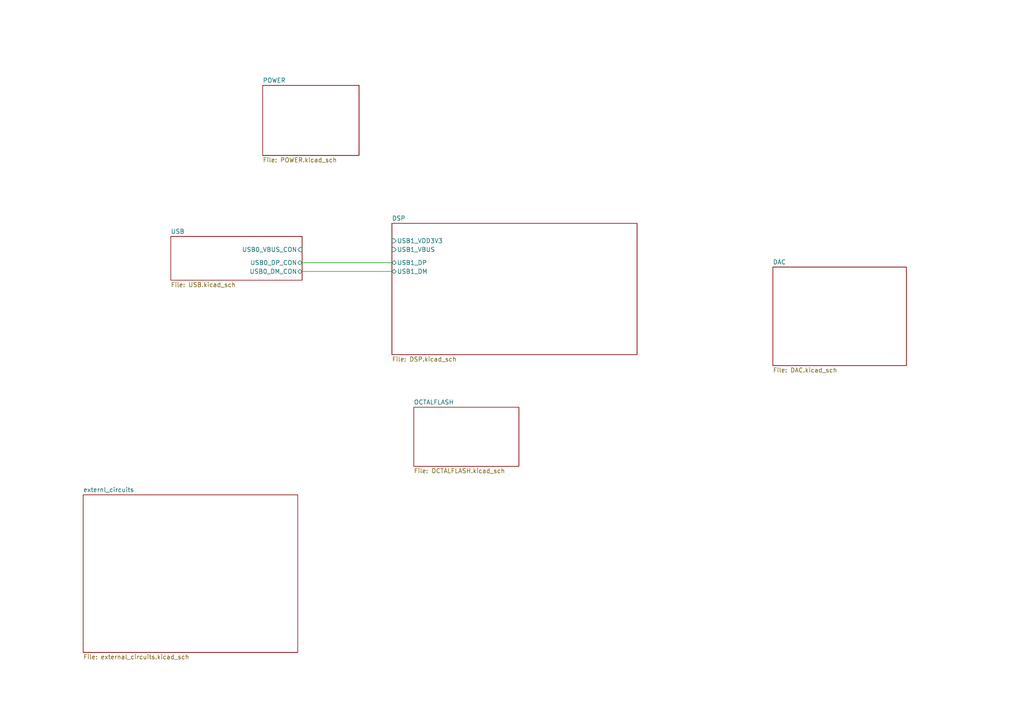
<source format=kicad_sch>
(kicad_sch (version 20211123) (generator eeschema)
  (paper "A4")
  (lib_symbols)
  (wire (pts (xy 87.63 76.2) (xy 113.665 76.2)))
  (wire (pts (xy 87.63 78.74) (xy 113.665 78.74)))
  (sheet (at 120.015 118.11) (size 30.48 17.145) (stroke (width 0.1524))
    (property "Sheet name" "OCTALFLASH" (at 120.015 117.3984 0) (effects (justify left bottom)))
    (property "Sheet file" "OCTALFLASH.kicad_sch" (at 120.015 135.8396 0) (effects (justify left top)))
  )
  (sheet (at 49.53 68.58) (size 38.1 12.7) (stroke (width 0.1524))
    (property "Sheet name" "USB" (at 49.53 67.8684 0) (effects (justify left bottom)))
    (property "Sheet file" "USB.kicad_sch" (at 49.53 81.8646 0) (effects (justify left top)))
    (pin "USB0_VBUS_CON" input (at 87.63 72.39 0))
    (pin "USB0_DP_CON" bidirectional (at 87.63 76.2 0))
    (pin "USB0_DM_CON" bidirectional (at 87.63 78.74 0))
  )
  (sheet (at 113.665 64.77) (size 71.12 38.1) (stroke (width 0.1524))
    (property "Sheet name" "DSP" (at 113.665 64.0584 0) (effects (justify left bottom)))
    (property "Sheet file" "DSP.kicad_sch" (at 113.665 103.4546 0) (effects (justify left top)))
    (pin "USB1_VBUS" input (at 113.665 72.39 180))
    (pin "USB1_DP" bidirectional (at 113.665 76.2 180))
    (pin "USB1_DM" bidirectional (at 113.665 78.74 180))
    (pin "USB1_VDD3V3" input (at 113.665 69.85 180))
  )
  (sheet (at 224.155 77.47) (size 38.735 28.575) (stroke (width 0.1524))
    (property "Sheet name" "DAC" (at 224.155 76.7584 0) (effects (justify left bottom)))
    (property "Sheet file" "DAC.kicad_sch" (at 224.155 106.6296 0) (effects (justify left top)))
  )
  (sheet (at 24.13 143.51) (size 62.23 45.72) (stroke (width 0.1524))
    (property "Sheet name" "externl_circuits" (at 24.13 142.7984 0) (effects (justify left bottom)))
    (property "Sheet file" "external_circuits.kicad_sch" (at 24.13 189.8146 0) (effects (justify left top)))
  )
  (sheet (at 76.2 24.765) (size 27.94 20.32) (stroke (width 0.1524))
    (property "Sheet name" "POWER" (at 76.2 24.0534 0) (effects (justify left bottom)))
    (property "Sheet file" "POWER.kicad_sch" (at 76.2 45.6696 0) (effects (justify left top)))
  )
)
</source>
